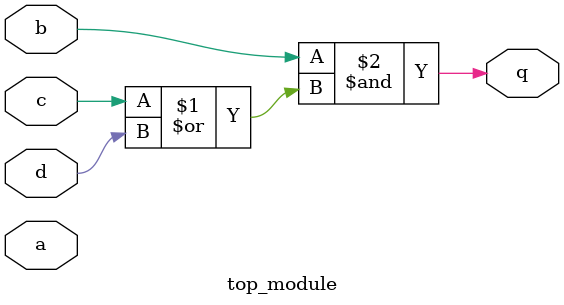
<source format=sv>
module top_module (
    input a, 
    input b, 
    input c, 
    input d,
    output q
);

assign q = b & (c | d);

endmodule

</source>
